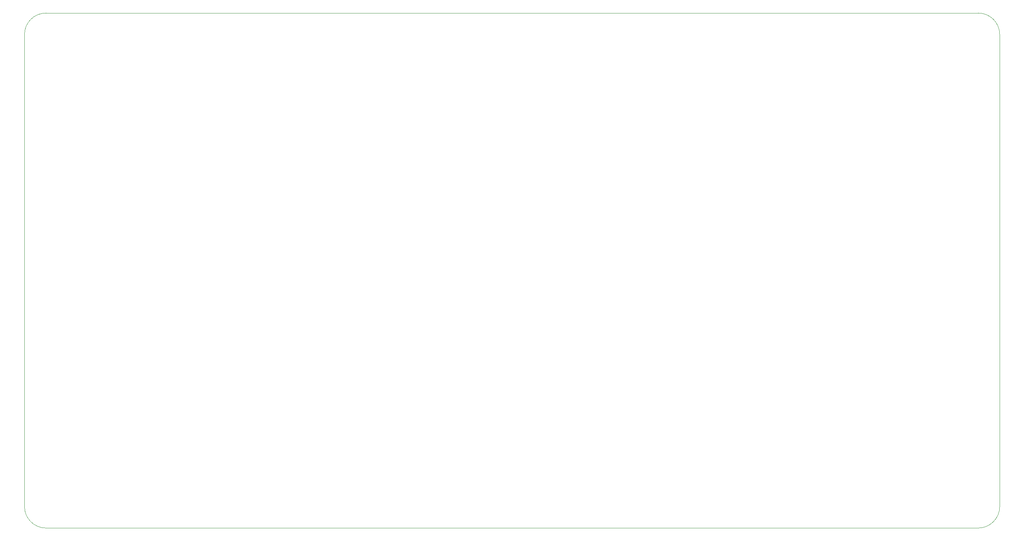
<source format=gm1>
%TF.GenerationSoftware,KiCad,Pcbnew,(6.0.7)*%
%TF.CreationDate,2022-08-15T09:31:34+10:00*%
%TF.ProjectId,Flatbox-rev1_1,466c6174-626f-4782-9d72-6576315f312e,rev?*%
%TF.SameCoordinates,Original*%
%TF.FileFunction,Profile,NP*%
%FSLAX46Y46*%
G04 Gerber Fmt 4.6, Leading zero omitted, Abs format (unit mm)*
G04 Created by KiCad (PCBNEW (6.0.7)) date 2022-08-15 09:31:34*
%MOMM*%
%LPD*%
G01*
G04 APERTURE LIST*
%TA.AperFunction,Profile*%
%ADD10C,0.050000*%
%TD*%
G04 APERTURE END LIST*
D10*
X22860000Y-145000000D02*
X22860000Y-35000000D01*
X245000000Y-150000000D02*
X27860000Y-150000000D01*
X250000000Y-35000000D02*
X250000000Y-145000000D01*
X27860000Y-30000000D02*
X245000000Y-30000000D01*
X22860000Y-145000000D02*
G75*
G03*
X27860000Y-150000000I5000000J0D01*
G01*
X245000000Y-150000000D02*
G75*
G03*
X250000000Y-145000000I0J5000000D01*
G01*
X250000000Y-35000000D02*
G75*
G03*
X245000000Y-30000000I-5000000J0D01*
G01*
X27860000Y-30000000D02*
G75*
G03*
X22860000Y-35000000I0J-5000000D01*
G01*
M02*

</source>
